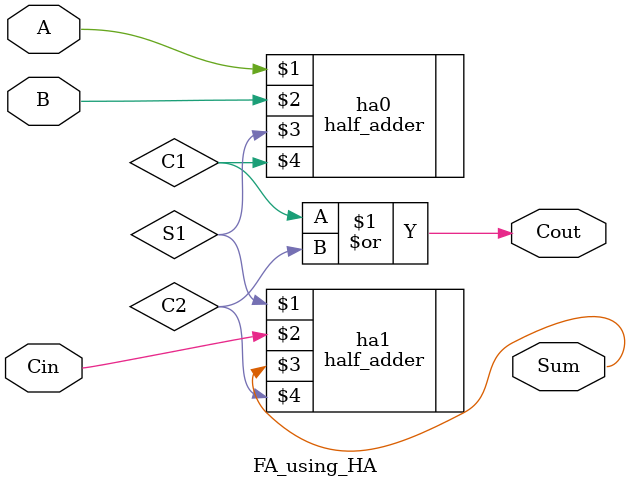
<source format=v>
`timescale 1ns / 1ps

module FA_using_HA(A,B,Cin,Sum,Cout);
input A,B,Cin;
output Sum,Cout;
wire S1,C1,C2;

half_adder ha0(A,B,S1,C1);
half_adder ha1(S1,Cin,Sum,C2);
assign Cout=C1|C2;
endmodule

</source>
